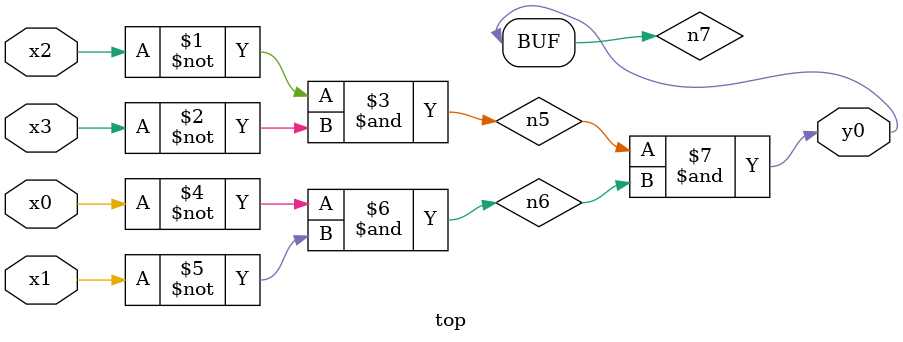
<source format=v>
module top( x0 , x1 , x2 , x3 , y0 );
  input x0 , x1 , x2 , x3 ;
  output y0 ;
  wire n5 , n6 , n7 ;
  assign n5 = ~x2 & ~x3 ;
  assign n6 = ~x0 & ~x1 ;
  assign n7 = n5 & n6 ;
  assign y0 = n7 ;
endmodule

</source>
